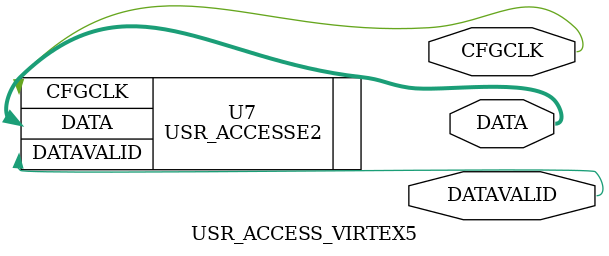
<source format=v>
`timescale 1 ps/1 ps

module USR_ACCESS_VIRTEX5 (CFGCLK, DATA, DATAVALID);

    output CFGCLK;
    output [31:0] DATA;
    output DATAVALID;


USR_ACCESSE2 U7 (
             		.CFGCLK(CFGCLK),
             		.DATA(DATA),
             		.DATAVALID(DATAVALID));

endmodule

</source>
